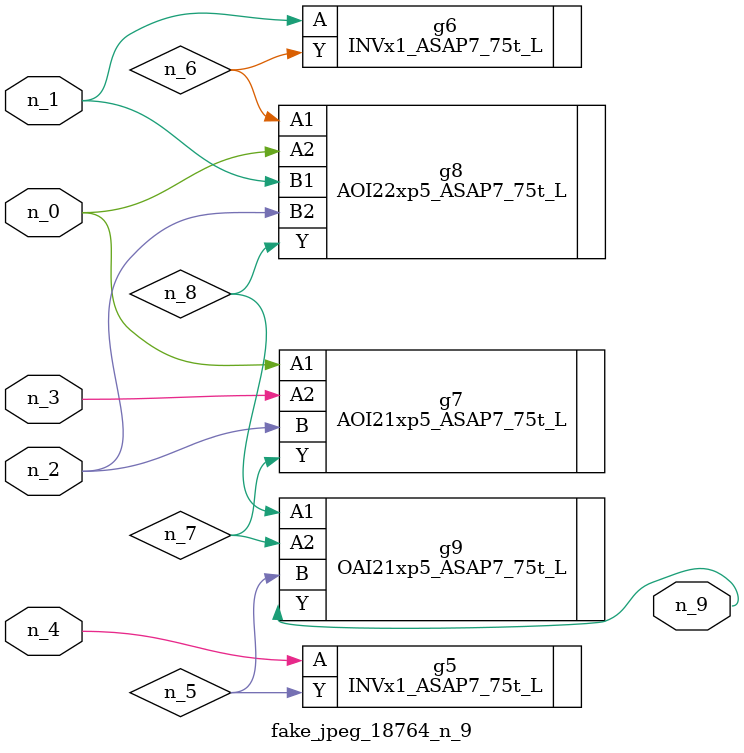
<source format=v>
module fake_jpeg_18764_n_9 (n_3, n_2, n_1, n_0, n_4, n_9);

input n_3;
input n_2;
input n_1;
input n_0;
input n_4;

output n_9;

wire n_8;
wire n_6;
wire n_5;
wire n_7;

INVx1_ASAP7_75t_L g5 ( 
.A(n_4),
.Y(n_5)
);

INVx1_ASAP7_75t_L g6 ( 
.A(n_1),
.Y(n_6)
);

AOI21xp5_ASAP7_75t_L g7 ( 
.A1(n_0),
.A2(n_3),
.B(n_2),
.Y(n_7)
);

AOI22xp5_ASAP7_75t_L g8 ( 
.A1(n_6),
.A2(n_0),
.B1(n_1),
.B2(n_2),
.Y(n_8)
);

OAI21xp5_ASAP7_75t_L g9 ( 
.A1(n_8),
.A2(n_7),
.B(n_5),
.Y(n_9)
);


endmodule
</source>
